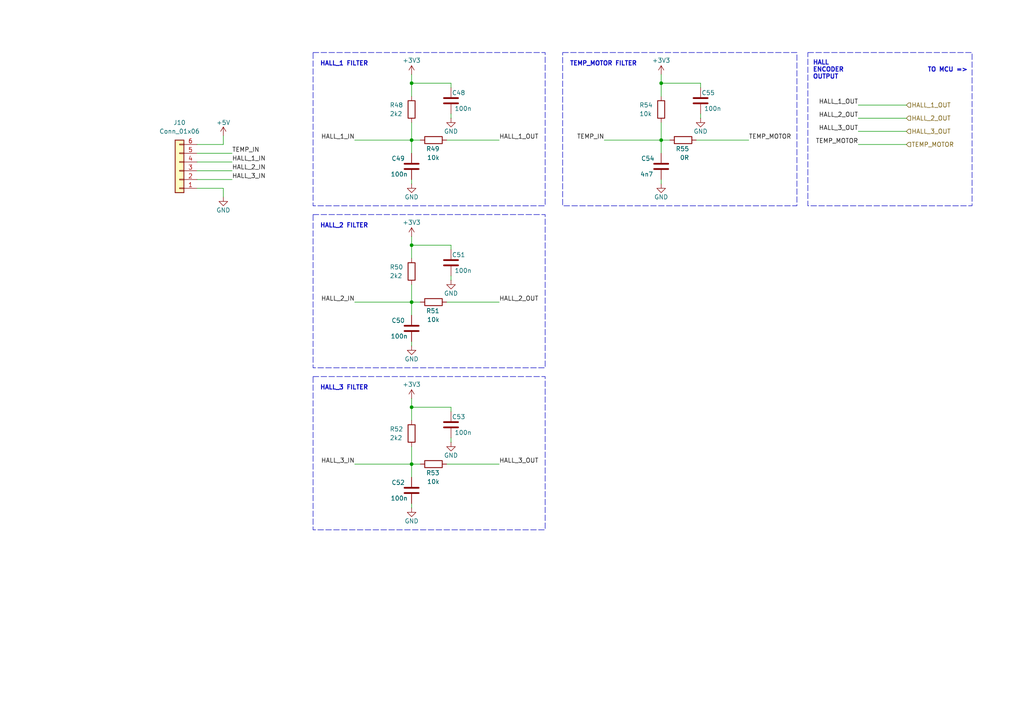
<source format=kicad_sch>
(kicad_sch (version 20231120) (generator "eeschema") (generator_version "8.0")
  (paper "A4")
  (lib_symbols
    (symbol "Connector_Generic:Conn_01x06" (pin_names (offset 1.016) hide)
      (property "Reference" "J" (at 0 7.62 0))
      (property "Value" "Conn_01x06" (at 0 -10.16 0))
      (symbol "Conn_01x06_1_1"
        (rectangle (start -1.27 -7.493) (end 0 -7.747) (stroke (width 0.1524)))
        (rectangle (start -1.27 -4.953) (end 0 -5.207) (stroke (width 0.1524)))
        (rectangle (start -1.27 -2.413) (end 0 -2.667) (stroke (width 0.1524)))
        (rectangle (start -1.27 0.127) (end 0 -0.127) (stroke (width 0.1524)))
        (rectangle (start -1.27 2.667) (end 0 2.413) (stroke (width 0.1524)))
        (rectangle (start -1.27 5.207) (end 0 4.953) (stroke (width 0.1524)))
        (rectangle (start -1.27 6.35) (end 1.27 -8.89) (stroke (width 0.254)) (fill (type background)))
        (pin passive line (at -5.08 5.08 0) (length 3.81) (name "Pin_1") (number "1"))
        (pin passive line (at -5.08 2.54 0) (length 3.81) (name "Pin_2") (number "2"))
        (pin passive line (at -5.08 0 0) (length 3.81) (name "Pin_3") (number "3"))
        (pin passive line (at -5.08 -2.54 0) (length 3.81) (name "Pin_4") (number "4"))
        (pin passive line (at -5.08 -5.08 0) (length 3.81) (name "Pin_5") (number "5"))
        (pin passive line (at -5.08 -7.62 0) (length 3.81) (name "Pin_6") (number "6"))
      )
    )
    (symbol "Device:C" (pin_numbers hide) (pin_names (offset 0.254))
      (property "Reference" "C" (at 0.635 2.54 0))
      (property "Value" "C" (at 0.635 -2.54 0))
      (symbol "C_0_1"
        (polyline (pts (xy -2.032 -0.762) (xy 2.032 -0.762)) (stroke (width 0.508)))
        (polyline (pts (xy -2.032 0.762) (xy 2.032 0.762)) (stroke (width 0.508)))
      )
      (symbol "C_1_1"
        (pin passive line (at 0 3.81 270) (length 2.794) (name "~") (number "1"))
        (pin passive line (at 0 -3.81 90) (length 2.794) (name "~") (number "2"))
      )
    )
    (symbol "Device:R" (pin_numbers hide) (pin_names (offset 0))
      (property "Reference" "R" (at 2.032 0 90))
      (property "Value" "R" (at 0 0 90))
      (symbol "R_0_1"
        (rectangle (start -1.016 -2.54) (end 1.016 2.54) (stroke (width 0.254)))
      )
      (symbol "R_1_1"
        (pin passive line (at 0 3.81 270) (length 1.27) (name "~") (number "1"))
        (pin passive line (at 0 -3.81 90) (length 1.27) (name "~") (number "2"))
      )
    )
    (symbol "power:+3V3" (power) (pin_numbers hide) (pin_names (offset 0) hide)
      (property "Value" "+3V3" (at 0 3.556 0))
      (symbol "+3V3_0_1"
        (polyline (pts (xy -0.762 1.27) (xy 0 2.54)))
        (polyline (pts (xy 0 0) (xy 0 2.54)))
        (polyline (pts (xy 0 2.54) (xy 0.762 1.27)))
      )
      (symbol "+3V3_1_1"
        (pin power_in line (at 0 0 90) (length 0) (name "~") (number "1"))
      )
    )
    (symbol "power:+5V" (power) (pin_numbers hide) (pin_names (offset 0) hide)
      (property "Value" "+5V" (at 0 3.556 0))
      (symbol "+5V_0_1"
        (polyline (pts (xy -0.762 1.27) (xy 0 2.54)))
        (polyline (pts (xy 0 0) (xy 0 2.54)))
        (polyline (pts (xy 0 2.54) (xy 0.762 1.27)))
      )
      (symbol "+5V_1_1"
        (pin power_in line (at 0 0 90) (length 0) (name "~") (number "1"))
      )
    )
    (symbol "power:GND" (power) (pin_numbers hide) (pin_names (offset 0) hide)
      (property "Value" "GND" (at 0 -3.81 0))
      (symbol "GND_0_1"
        (polyline (pts (xy 0 0) (xy 0 -1.27) (xy 1.27 -1.27) (xy 0 -2.54) (xy -1.27 -1.27) (xy 0 -1.27)))
      )
      (symbol "GND_1_1"
        (pin power_in line (at 0 0 270) (length 0) (name "~") (number "1"))
      )
    )
  )
  (junction (at 119.38 87.63))
  (junction (at 119.38 40.64))
  (junction (at 119.38 134.62))
  (junction (at 119.38 118.11))
  (junction (at 191.77 40.64))
  (junction (at 119.38 24.13))
  (junction (at 191.77 24.13))
  (junction (at 119.38 71.12))
  (wire (pts (xy 130.81 33.02) (xy 130.81 34.29)))
  (wire (pts (xy 130.81 127) (xy 130.81 128.27)))
  (wire (pts (xy 129.54 40.64) (xy 144.78 40.64)))
  (wire (pts (xy 191.77 24.13) (xy 191.77 27.94)))
  (wire (pts (xy 57.15 49.53) (xy 67.31 49.53)))
  (wire (pts (xy 64.77 41.91) (xy 57.15 41.91)))
  (wire (pts (xy 191.77 35.56) (xy 191.77 40.64)))
  (wire (pts (xy 119.38 129.54) (xy 119.38 134.62)))
  (wire (pts (xy 248.92 38.1) (xy 262.89 38.1)))
  (wire (pts (xy 119.38 115.57) (xy 119.38 118.11)))
  (wire (pts (xy 64.77 57.15) (xy 64.77 54.61)))
  (wire (pts (xy 203.2 25.4) (xy 203.2 24.13)))
  (wire (pts (xy 191.77 52.07) (xy 191.77 53.34)))
  (wire (pts (xy 119.38 87.63) (xy 121.92 87.63)))
  (wire (pts (xy 203.2 33.02) (xy 203.2 34.29)))
  (wire (pts (xy 191.77 40.64) (xy 191.77 44.45)))
  (wire (pts (xy 57.15 46.99) (xy 67.31 46.99)))
  (wire (pts (xy 129.54 87.63) (xy 144.78 87.63)))
  (wire (pts (xy 119.38 71.12) (xy 130.81 71.12)))
  (wire (pts (xy 119.38 24.13) (xy 119.38 27.94)))
  (wire (pts (xy 102.87 87.63) (xy 119.38 87.63)))
  (wire (pts (xy 130.81 119.38) (xy 130.81 118.11)))
  (wire (pts (xy 119.38 82.55) (xy 119.38 87.63)))
  (wire (pts (xy 191.77 40.64) (xy 194.31 40.64)))
  (wire (pts (xy 191.77 24.13) (xy 203.2 24.13)))
  (wire (pts (xy 130.81 25.4) (xy 130.81 24.13)))
  (wire (pts (xy 119.38 134.62) (xy 121.92 134.62)))
  (wire (pts (xy 119.38 52.07) (xy 119.38 53.34)))
  (wire (pts (xy 119.38 24.13) (xy 130.81 24.13)))
  (wire (pts (xy 248.92 41.91) (xy 262.89 41.91)))
  (wire (pts (xy 248.92 30.48) (xy 262.89 30.48)))
  (wire (pts (xy 119.38 68.58) (xy 119.38 71.12)))
  (wire (pts (xy 102.87 40.64) (xy 119.38 40.64)))
  (wire (pts (xy 119.38 21.59) (xy 119.38 24.13)))
  (wire (pts (xy 57.15 52.07) (xy 67.31 52.07)))
  (wire (pts (xy 129.54 134.62) (xy 144.78 134.62)))
  (wire (pts (xy 64.77 39.37) (xy 64.77 41.91)))
  (wire (pts (xy 119.38 118.11) (xy 130.81 118.11)))
  (wire (pts (xy 119.38 35.56) (xy 119.38 40.64)))
  (wire (pts (xy 119.38 134.62) (xy 119.38 138.43)))
  (wire (pts (xy 248.92 34.29) (xy 262.89 34.29)))
  (wire (pts (xy 119.38 40.64) (xy 119.38 44.45)))
  (wire (pts (xy 175.26 40.64) (xy 191.77 40.64)))
  (wire (pts (xy 201.93 40.64) (xy 217.17 40.64)))
  (wire (pts (xy 191.77 21.59) (xy 191.77 24.13)))
  (wire (pts (xy 119.38 146.05) (xy 119.38 147.32)))
  (wire (pts (xy 119.38 118.11) (xy 119.38 121.92)))
  (wire (pts (xy 130.81 80.01) (xy 130.81 81.28)))
  (wire (pts (xy 57.15 44.45) (xy 67.31 44.45)))
  (wire (pts (xy 119.38 71.12) (xy 119.38 74.93)))
  (wire (pts (xy 119.38 87.63) (xy 119.38 91.44)))
  (wire (pts (xy 119.38 99.06) (xy 119.38 100.33)))
  (wire (pts (xy 64.77 54.61) (xy 57.15 54.61)))
  (wire (pts (xy 119.38 40.64) (xy 121.92 40.64)))
  (wire (pts (xy 130.81 72.39) (xy 130.81 71.12)))
  (wire (pts (xy 102.87 134.62) (xy 119.38 134.62)))
  (rectangle (start 90.805 62.23) (end 158.115 106.68) (stroke (width 0) (type dash)))
  (rectangle (start 234.315 15.24) (end 281.94 59.69) (stroke (width 0) (type dash)))
  (rectangle (start 90.805 109.22) (end 158.115 153.67) (stroke (width 0) (type dash)))
  (rectangle (start 90.805 15.24) (end 158.115 59.69) (stroke (width 0) (type dash)))
  (rectangle (start 163.195 15.24) (end 231.14 59.69) (stroke (width 0) (type dash)))
  (text "HALL_2 FILTER" (at 99.822 65.532 0) (effects (font (size 1.27 1.27) (thickness 0.254) (bold yes))))
  (text "HALL_3 FILTER" (at 99.822 112.522 0) (effects (font (size 1.27 1.27) (thickness 0.254) (bold yes))))
  (text "TEMP_MOTOR FILTER" (at 175.006 18.542 0) (effects (font (size 1.27 1.27) (thickness 0.254) (bold yes))))
  (text "TO MCU =>" (at 268.986 20.32 0) (effects (font (size 1.27 1.27) (thickness 0.254) (bold yes)) (justify left)))
  (text "HALL_1 FILTER" (at 99.822 18.542 0) (effects (font (size 1.27 1.27) (thickness 0.254) (bold yes))))
  (text "HALL\nENCODER\nOUTPUT" (at 235.712 20.32 0) (effects (font (size 1.27 1.27) (thickness 0.254) (bold yes)) (justify left)))
  (label "HALL_2_OUT" (at 144.78 87.63 0))
  (label "HALL_1_OUT" (at 144.78 40.64 0))
  (label "TEMP_IN" (at 175.26 40.64 180))
  (label "HALL_3_OUT" (at 144.78 134.62 0))
  (label "HALL_3_IN" (at 102.87 134.62 180))
  (label "HALL_2_IN" (at 67.31 49.53 0))
  (label "HALL_1_IN" (at 102.87 40.64 180))
  (label "TEMP_MOTOR" (at 248.92 41.91 180))
  (label "TEMP_MOTOR" (at 217.17 40.64 0))
  (label "HALL_2_IN" (at 102.87 87.63 180))
  (label "HALL_3_IN" (at 67.31 52.07 0))
  (label "HALL_1_OUT" (at 248.92 30.48 180))
  (label "HALL_3_OUT" (at 248.92 38.1 180))
  (label "HALL_2_OUT" (at 248.92 34.29 180))
  (label "HALL_1_IN" (at 67.31 46.99 0))
  (label "TEMP_IN" (at 67.31 44.45 0))
  (hierarchical_label "TEMP_MOTOR" (shape input) (at 262.89 41.91 0))
  (hierarchical_label "HALL_3_OUT" (shape input) (at 262.89 38.1 0))
  (hierarchical_label "HALL_2_OUT" (shape input) (at 262.89 34.29 0))
  (hierarchical_label "HALL_1_OUT" (shape input) (at 262.89 30.48 0))
  (symbol (lib_id "Device:C") (at 119.38 142.24 0) (unit 1)
    (property "Reference" "C52" (at 113.538 139.954 0) (effects (justify left)))
    (property "Value" "100n" (at 113.284 144.526 0) (effects (justify left)))
    (property "Description" "Unpolarized capacitor" (effects (hide yes)))
  )
  (symbol (lib_id "Device:C") (at 130.81 76.2 0) (unit 1)
    (property "Reference" "C51" (at 131.064 73.914 0) (effects (justify left)))
    (property "Value" "100n" (at 131.826 78.486 0) (effects (justify left)))
    (property "Description" "Unpolarized capacitor" (effects (hide yes)))
  )
  (symbol (lib_id "power:+5V") (at 64.77 39.37 0) (unit 1)
    (property "Reference" "#PWR069" (effects (hide yes)))
    (property "Value" "+5V" (at 64.77 35.56 0))
    (property "Description" "Power symbol creates a global label with name \"+5V\"" (effects (hide yes)))
  )
  (symbol (lib_id "power:GND") (at 64.77 57.15 0) (unit 1)
    (property "Reference" "#PWR070" (effects (hide yes)))
    (property "Value" "GND" (at 64.77 60.96 0))
    (property "Description" "Power symbol creates a global label with name \"GND\" , ground" (effects (hide yes)))
  )
  (symbol (lib_id "Device:R") (at 191.77 31.75 0) (unit 1)
    (property "Reference" "R54" (at 185.42 30.48 0) (effects (justify left)))
    (property "Value" "10k" (at 185.42 33.02 0) (effects (justify left)))
    (property "Description" "Resistor" (effects (hide yes)))
  )
  (symbol (lib_id "Device:R") (at 119.38 125.73 0) (unit 1)
    (property "Reference" "R52" (at 113.03 124.46 0) (effects (justify left)))
    (property "Value" "2k2" (at 113.03 127 0) (effects (justify left)))
    (property "Description" "Resistor" (effects (hide yes)))
  )
  (symbol (lib_id "power:GND") (at 119.38 53.34 0) (unit 1)
    (property "Reference" "#PWR073" (effects (hide yes)))
    (property "Value" "GND" (at 119.38 57.15 0))
    (property "Description" "Power symbol creates a global label with name \"GND\" , ground" (effects (hide yes)))
  )
  (symbol (lib_id "Device:R") (at 119.38 31.75 0) (unit 1)
    (property "Reference" "R48" (at 113.03 30.48 0) (effects (justify left)))
    (property "Value" "2k2" (at 113.03 33.02 0) (effects (justify left)))
    (property "Description" "Resistor" (effects (hide yes)))
  )
  (symbol (lib_id "power:GND") (at 130.81 34.29 0) (unit 1)
    (property "Reference" "#PWR072" (effects (hide yes)))
    (property "Value" "GND" (at 130.81 38.1 0))
    (property "Description" "Power symbol creates a global label with name \"GND\" , ground" (effects (hide yes)))
  )
  (symbol (lib_id "power:GND") (at 130.81 128.27 0) (unit 1)
    (property "Reference" "#PWR079" (effects (hide yes)))
    (property "Value" "GND" (at 130.81 132.08 0))
    (property "Description" "Power symbol creates a global label with name \"GND\" , ground" (effects (hide yes)))
  )
  (symbol (lib_id "power:GND") (at 130.81 81.28 0) (unit 1)
    (property "Reference" "#PWR076" (effects (hide yes)))
    (property "Value" "GND" (at 130.81 85.09 0))
    (property "Description" "Power symbol creates a global label with name \"GND\" , ground" (effects (hide yes)))
  )
  (symbol (lib_id "Device:C") (at 119.38 95.25 0) (unit 1)
    (property "Reference" "C50" (at 113.538 92.964 0) (effects (justify left)))
    (property "Value" "100n" (at 113.284 97.536 0) (effects (justify left)))
    (property "Description" "Unpolarized capacitor" (effects (hide yes)))
  )
  (symbol (lib_id "Device:R") (at 198.12 40.64 90) (unit 1)
    (property "Reference" "R55" (at 199.898 43.18 90) (effects (justify left)))
    (property "Value" "0R" (at 199.898 45.72 90) (effects (justify left)))
    (property "Description" "Resistor" (effects (hide yes)))
  )
  (symbol (lib_id "Device:C") (at 130.81 123.19 0) (unit 1)
    (property "Reference" "C53" (at 131.064 120.904 0) (effects (justify left)))
    (property "Value" "100n" (at 131.826 125.476 0) (effects (justify left)))
    (property "Description" "Unpolarized capacitor" (effects (hide yes)))
  )
  (symbol (lib_id "Device:C") (at 203.2 29.21 0) (unit 1)
    (property "Reference" "C55" (at 203.454 26.924 0) (effects (justify left)))
    (property "Value" "100n" (at 204.216 31.496 0) (effects (justify left)))
    (property "Description" "Unpolarized capacitor" (effects (hide yes)))
  )
  (symbol (lib_id "Device:R") (at 125.73 40.64 90) (unit 1)
    (property "Reference" "R49" (at 127.508 43.18 90) (effects (justify left)))
    (property "Value" "10k" (at 127.508 45.72 90) (effects (justify left)))
    (property "Description" "Resistor" (effects (hide yes)))
  )
  (symbol (lib_id "power:GND") (at 119.38 100.33 0) (unit 1)
    (property "Reference" "#PWR075" (effects (hide yes)))
    (property "Value" "GND" (at 119.38 104.14 0))
    (property "Description" "Power symbol creates a global label with name \"GND\" , ground" (effects (hide yes)))
  )
  (symbol (lib_id "Device:R") (at 125.73 87.63 90) (unit 1)
    (property "Reference" "R51" (at 127.508 90.17 90) (effects (justify left)))
    (property "Value" "10k" (at 127.508 92.71 90) (effects (justify left)))
    (property "Description" "Resistor" (effects (hide yes)))
  )
  (symbol (lib_id "Device:C") (at 119.38 48.26 0) (unit 1)
    (property "Reference" "C49" (at 113.538 45.974 0) (effects (justify left)))
    (property "Value" "100n" (at 113.284 50.546 0) (effects (justify left)))
    (property "Description" "Unpolarized capacitor" (effects (hide yes)))
  )
  (symbol (lib_id "power:GND") (at 119.38 147.32 0) (unit 1)
    (property "Reference" "#PWR078" (effects (hide yes)))
    (property "Value" "GND" (at 119.38 151.13 0))
    (property "Description" "Power symbol creates a global label with name \"GND\" , ground" (effects (hide yes)))
  )
  (symbol (lib_id "Device:C") (at 130.81 29.21 0) (unit 1)
    (property "Reference" "C48" (at 131.064 26.924 0) (effects (justify left)))
    (property "Value" "100n" (at 131.826 31.496 0) (effects (justify left)))
    (property "Description" "Unpolarized capacitor" (effects (hide yes)))
  )
  (symbol (lib_id "power:+3V3") (at 191.77 21.59 0) (unit 1)
    (property "Reference" "#PWR080" (effects (hide yes)))
    (property "Value" "+3V3" (at 191.77 17.526 0))
    (property "Description" "Power symbol creates a global label with name \"+3V3\"" (effects (hide yes)))
  )
  (symbol (lib_id "Device:C") (at 191.77 48.26 0) (unit 1)
    (property "Reference" "C54" (at 185.928 45.974 0) (effects (justify left)))
    (property "Value" "4n7" (at 185.674 50.546 0) (effects (justify left)))
    (property "Description" "Unpolarized capacitor" (effects (hide yes)))
  )
  (symbol (lib_id "Device:R") (at 119.38 78.74 0) (unit 1)
    (property "Reference" "R50" (at 113.03 77.47 0) (effects (justify left)))
    (property "Value" "2k2" (at 113.03 80.01 0) (effects (justify left)))
    (property "Description" "Resistor" (effects (hide yes)))
  )
  (symbol (lib_id "Device:R") (at 125.73 134.62 90) (unit 1)
    (property "Reference" "R53" (at 127.508 137.16 90) (effects (justify left)))
    (property "Value" "10k" (at 127.508 139.7 90) (effects (justify left)))
    (property "Description" "Resistor" (effects (hide yes)))
  )
  (symbol (lib_id "power:+3V3") (at 119.38 115.57 0) (unit 1)
    (property "Reference" "#PWR077" (effects (hide yes)))
    (property "Value" "+3V3" (at 119.38 111.506 0))
    (property "Description" "Power symbol creates a global label with name \"+3V3\"" (effects (hide yes)))
  )
  (symbol (lib_id "power:+3V3") (at 119.38 21.59 0) (unit 1)
    (property "Reference" "#PWR071" (effects (hide yes)))
    (property "Value" "+3V3" (at 119.38 17.526 0))
    (property "Description" "Power symbol creates a global label with name \"+3V3\"" (effects (hide yes)))
  )
  (symbol (lib_id "power:+3V3") (at 119.38 68.58 0) (unit 1)
    (property "Reference" "#PWR074" (effects (hide yes)))
    (property "Value" "+3V3" (at 119.38 64.516 0))
    (property "Description" "Power symbol creates a global label with name \"+3V3\"" (effects (hide yes)))
  )
  (symbol (lib_id "power:GND") (at 191.77 53.34 0) (unit 1)
    (property "Reference" "#PWR081" (effects (hide yes)))
    (property "Value" "GND" (at 191.77 57.15 0))
    (property "Description" "Power symbol creates a global label with name \"GND\" , ground" (effects (hide yes)))
  )
  (symbol (lib_id "power:GND") (at 203.2 34.29 0) (unit 1)
    (property "Reference" "#PWR082" (effects (hide yes)))
    (property "Value" "GND" (at 203.2 38.1 0))
    (property "Description" "Power symbol creates a global label with name \"GND\" , ground" (effects (hide yes)))
  )
  (symbol (lib_id "Connector_Generic:Conn_01x06") (at 52.07 49.53 180) (unit 1)
    (property "Reference" "J10" (at 52.07 35.56 0))
    (property "Value" "Conn_01x06" (at 52.07 38.1 0))
    (property "Description" "Generic connector, single row, 01x06, script generated (kicad-library-utils/schlib/autogen/connector/)" (effects (hide yes)))
  )
)
</source>
